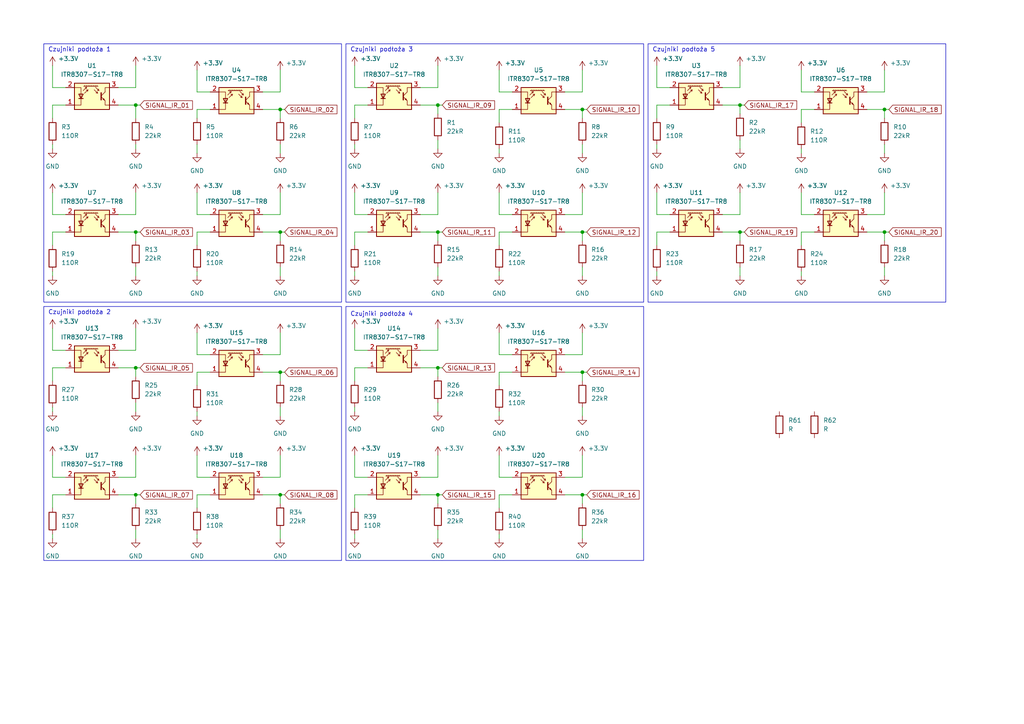
<source format=kicad_sch>
(kicad_sch (version 20231120) (generator "eeschema") (generator_version "8.0")
  (paper "A4")
  (junction (at 168.91 31.75))
  (junction (at 81.28 107.95))
  (junction (at 168.91 67.31))
  (junction (at 127 143.51))
  (junction (at 39.37 67.31))
  (junction (at 81.28 67.31))
  (junction (at 214.63 67.31))
  (junction (at 168.91 143.51))
  (junction (at 127 106.68))
  (junction (at 214.63 30.48))
  (junction (at 256.54 31.75))
  (junction (at 39.37 143.51))
  (junction (at 81.28 31.75))
  (junction (at 81.28 143.51))
  (junction (at 256.54 67.31))
  (junction (at 39.37 106.68))
  (junction (at 39.37 30.48))
  (junction (at 127 30.48))
  (junction (at 127 67.31))
  (junction (at 168.91 107.95))
  (wire (pts (xy 168.91 41.91) (xy 168.91 44.45)))
  (wire (pts (xy 190.5 71.12) (xy 190.5 67.31)))
  (wire (pts (xy 102.87 34.29) (xy 102.87 30.48)))
  (wire (pts (xy 76.2 26.67) (xy 81.28 26.67)))
  (wire (pts (xy 127 30.48) (xy 121.92 30.48)))
  (wire (pts (xy 57.15 143.51) (xy 60.96 143.51)))
  (wire (pts (xy 15.24 132.08) (xy 15.24 138.43)))
  (wire (pts (xy 168.91 153.67) (xy 168.91 156.21)))
  (wire (pts (xy 121.92 138.43) (xy 127 138.43)))
  (wire (pts (xy 57.15 20.32) (xy 57.15 26.67)))
  (wire (pts (xy 127 30.48) (xy 127 33.02)))
  (wire (pts (xy 214.63 67.31) (xy 215.9 67.31)))
  (wire (pts (xy 81.28 110.49) (xy 81.28 107.95)))
  (wire (pts (xy 39.37 77.47) (xy 39.37 80.01)))
  (wire (pts (xy 168.91 77.47) (xy 168.91 80.01)))
  (wire (pts (xy 256.54 69.85) (xy 256.54 67.31)))
  (wire (pts (xy 190.5 25.4) (xy 194.31 25.4)))
  (wire (pts (xy 232.41 31.75) (xy 236.22 31.75)))
  (wire (pts (xy 102.87 67.31) (xy 106.68 67.31)))
  (wire (pts (xy 214.63 77.47) (xy 214.63 80.01)))
  (wire (pts (xy 39.37 67.31) (xy 34.29 67.31)))
  (wire (pts (xy 15.24 41.91) (xy 15.24 43.18)))
  (wire (pts (xy 57.15 78.74) (xy 57.15 80.01)))
  (wire (pts (xy 15.24 55.88) (xy 15.24 62.23)))
  (wire (pts (xy 81.28 67.31) (xy 82.55 67.31)))
  (wire (pts (xy 57.15 34.29) (xy 57.15 31.75)))
  (wire (pts (xy 15.24 154.94) (xy 15.24 156.21)))
  (wire (pts (xy 76.2 138.43) (xy 81.28 138.43)))
  (wire (pts (xy 190.5 78.74) (xy 190.5 80.01)))
  (wire (pts (xy 15.24 30.48) (xy 19.05 30.48)))
  (wire (pts (xy 214.63 40.64) (xy 214.63 43.18)))
  (wire (pts (xy 15.24 101.6) (xy 19.05 101.6)))
  (wire (pts (xy 121.92 25.4) (xy 127 25.4)))
  (wire (pts (xy 102.87 138.43) (xy 106.68 138.43)))
  (wire (pts (xy 256.54 31.75) (xy 251.46 31.75)))
  (wire (pts (xy 168.91 67.31) (xy 170.18 67.31)))
  (wire (pts (xy 15.24 143.51) (xy 19.05 143.51)))
  (wire (pts (xy 57.15 132.08) (xy 57.15 138.43)))
  (wire (pts (xy 168.91 118.11) (xy 168.91 120.65)))
  (wire (pts (xy 168.91 55.88) (xy 168.91 62.23)))
  (wire (pts (xy 102.87 106.68) (xy 106.68 106.68)))
  (wire (pts (xy 144.78 78.74) (xy 144.78 80.01)))
  (wire (pts (xy 15.24 95.25) (xy 15.24 101.6)))
  (wire (pts (xy 39.37 67.31) (xy 40.64 67.31)))
  (wire (pts (xy 81.28 31.75) (xy 82.55 31.75)))
  (wire (pts (xy 81.28 34.29) (xy 81.28 31.75)))
  (wire (pts (xy 57.15 138.43) (xy 60.96 138.43)))
  (wire (pts (xy 256.54 31.75) (xy 257.81 31.75)))
  (wire (pts (xy 190.5 62.23) (xy 194.31 62.23)))
  (wire (pts (xy 256.54 34.29) (xy 256.54 31.75)))
  (wire (pts (xy 214.63 30.48) (xy 215.9 30.48)))
  (wire (pts (xy 102.87 143.51) (xy 106.68 143.51)))
  (wire (pts (xy 127 153.67) (xy 127 156.21)))
  (wire (pts (xy 144.78 111.76) (xy 144.78 107.95)))
  (wire (pts (xy 39.37 153.67) (xy 39.37 156.21)))
  (wire (pts (xy 57.15 154.94) (xy 57.15 156.21)))
  (wire (pts (xy 81.28 132.08) (xy 81.28 138.43)))
  (wire (pts (xy 127 30.48) (xy 128.27 30.48)))
  (wire (pts (xy 15.24 71.12) (xy 15.24 67.31)))
  (wire (pts (xy 102.87 19.05) (xy 102.87 25.4)))
  (wire (pts (xy 81.28 143.51) (xy 76.2 143.51)))
  (wire (pts (xy 15.24 78.74) (xy 15.24 80.01)))
  (wire (pts (xy 232.41 26.67) (xy 236.22 26.67)))
  (wire (pts (xy 57.15 31.75) (xy 60.96 31.75)))
  (wire (pts (xy 127 77.47) (xy 127 80.01)))
  (wire (pts (xy 251.46 62.23) (xy 256.54 62.23)))
  (wire (pts (xy 15.24 25.4) (xy 19.05 25.4)))
  (wire (pts (xy 57.15 96.52) (xy 57.15 102.87)))
  (wire (pts (xy 15.24 34.29) (xy 15.24 30.48)))
  (wire (pts (xy 102.87 147.32) (xy 102.87 143.51)))
  (wire (pts (xy 127 19.05) (xy 127 25.4)))
  (wire (pts (xy 57.15 41.91) (xy 57.15 44.45)))
  (wire (pts (xy 144.78 55.88) (xy 144.78 62.23)))
  (wire (pts (xy 127 106.68) (xy 128.27 106.68)))
  (wire (pts (xy 81.28 41.91) (xy 81.28 44.45)))
  (wire (pts (xy 144.78 143.51) (xy 148.59 143.51)))
  (wire (pts (xy 102.87 132.08) (xy 102.87 138.43)))
  (wire (pts (xy 57.15 26.67) (xy 60.96 26.67)))
  (wire (pts (xy 144.78 96.52) (xy 144.78 102.87)))
  (wire (pts (xy 102.87 118.11) (xy 102.87 119.38)))
  (wire (pts (xy 102.87 62.23) (xy 106.68 62.23)))
  (wire (pts (xy 76.2 102.87) (xy 81.28 102.87)))
  (wire (pts (xy 168.91 143.51) (xy 163.83 143.51)))
  (wire (pts (xy 39.37 30.48) (xy 34.29 30.48)))
  (wire (pts (xy 57.15 119.38) (xy 57.15 120.65)))
  (wire (pts (xy 39.37 95.25) (xy 39.37 101.6)))
  (wire (pts (xy 81.28 96.52) (xy 81.28 102.87)))
  (wire (pts (xy 81.28 146.05) (xy 81.28 143.51)))
  (wire (pts (xy 144.78 119.38) (xy 144.78 120.65)))
  (wire (pts (xy 102.87 101.6) (xy 106.68 101.6)))
  (wire (pts (xy 102.87 95.25) (xy 102.87 101.6)))
  (wire (pts (xy 168.91 110.49) (xy 168.91 107.95)))
  (wire (pts (xy 127 55.88) (xy 127 62.23)))
  (wire (pts (xy 81.28 153.67) (xy 81.28 156.21)))
  (wire (pts (xy 57.15 62.23) (xy 60.96 62.23)))
  (wire (pts (xy 57.15 55.88) (xy 57.15 62.23)))
  (wire (pts (xy 127 67.31) (xy 121.92 67.31)))
  (wire (pts (xy 57.15 107.95) (xy 60.96 107.95)))
  (wire (pts (xy 168.91 107.95) (xy 163.83 107.95)))
  (wire (pts (xy 102.87 55.88) (xy 102.87 62.23)))
  (wire (pts (xy 81.28 77.47) (xy 81.28 80.01)))
  (wire (pts (xy 168.91 34.29) (xy 168.91 31.75)))
  (wire (pts (xy 15.24 138.43) (xy 19.05 138.43)))
  (wire (pts (xy 168.91 143.51) (xy 170.18 143.51)))
  (wire (pts (xy 127 40.64) (xy 127 43.18)))
  (wire (pts (xy 81.28 107.95) (xy 76.2 107.95)))
  (wire (pts (xy 102.87 110.49) (xy 102.87 106.68)))
  (wire (pts (xy 163.83 26.67) (xy 168.91 26.67)))
  (wire (pts (xy 256.54 20.32) (xy 256.54 26.67)))
  (wire (pts (xy 76.2 62.23) (xy 81.28 62.23)))
  (wire (pts (xy 214.63 30.48) (xy 214.63 33.02)))
  (wire (pts (xy 232.41 55.88) (xy 232.41 62.23)))
  (wire (pts (xy 168.91 96.52) (xy 168.91 102.87)))
  (wire (pts (xy 256.54 55.88) (xy 256.54 62.23)))
  (wire (pts (xy 232.41 43.18) (xy 232.41 44.45)))
  (wire (pts (xy 256.54 67.31) (xy 257.81 67.31)))
  (wire (pts (xy 168.91 146.05) (xy 168.91 143.51)))
  (wire (pts (xy 144.78 132.08) (xy 144.78 138.43)))
  (wire (pts (xy 15.24 106.68) (xy 19.05 106.68)))
  (wire (pts (xy 39.37 55.88) (xy 39.37 62.23)))
  (wire (pts (xy 214.63 19.05) (xy 214.63 25.4)))
  (wire (pts (xy 39.37 30.48) (xy 40.64 30.48)))
  (wire (pts (xy 39.37 143.51) (xy 39.37 146.05)))
  (wire (pts (xy 15.24 62.23) (xy 19.05 62.23)))
  (wire (pts (xy 81.28 143.51) (xy 82.55 143.51)))
  (wire (pts (xy 209.55 62.23) (xy 214.63 62.23)))
  (wire (pts (xy 127 143.51) (xy 121.92 143.51)))
  (wire (pts (xy 127 106.68) (xy 121.92 106.68)))
  (wire (pts (xy 144.78 154.94) (xy 144.78 156.21)))
  (wire (pts (xy 57.15 71.12) (xy 57.15 67.31)))
  (wire (pts (xy 256.54 67.31) (xy 251.46 67.31)))
  (wire (pts (xy 57.15 147.32) (xy 57.15 143.51)))
  (wire (pts (xy 57.15 102.87) (xy 60.96 102.87)))
  (wire (pts (xy 81.28 118.11) (xy 81.28 120.65)))
  (wire (pts (xy 102.87 78.74) (xy 102.87 80.01)))
  (wire (pts (xy 168.91 31.75) (xy 163.83 31.75)))
  (wire (pts (xy 39.37 106.68) (xy 39.37 109.22)))
  (wire (pts (xy 127 67.31) (xy 127 69.85)))
  (wire (pts (xy 57.15 67.31) (xy 60.96 67.31)))
  (wire (pts (xy 15.24 110.49) (xy 15.24 106.68)))
  (wire (pts (xy 190.5 67.31) (xy 194.31 67.31)))
  (wire (pts (xy 144.78 71.12) (xy 144.78 67.31)))
  (wire (pts (xy 144.78 31.75) (xy 148.59 31.75)))
  (wire (pts (xy 256.54 77.47) (xy 256.54 80.01)))
  (wire (pts (xy 168.91 31.75) (xy 170.18 31.75)))
  (wire (pts (xy 127 106.68) (xy 127 109.22)))
  (wire (pts (xy 127 143.51) (xy 128.27 143.51)))
  (wire (pts (xy 127 95.25) (xy 127 101.6)))
  (wire (pts (xy 168.91 20.32) (xy 168.91 26.67)))
  (wire (pts (xy 81.28 67.31) (xy 76.2 67.31)))
  (wire (pts (xy 81.28 20.32) (xy 81.28 26.67)))
  (wire (pts (xy 214.63 55.88) (xy 214.63 62.23)))
  (wire (pts (xy 190.5 55.88) (xy 190.5 62.23)))
  (wire (pts (xy 256.54 41.91) (xy 256.54 44.45)))
  (wire (pts (xy 39.37 143.51) (xy 40.64 143.51)))
  (wire (pts (xy 15.24 147.32) (xy 15.24 143.51)))
  (wire (pts (xy 163.83 62.23) (xy 168.91 62.23)))
  (wire (pts (xy 144.78 147.32) (xy 144.78 143.51)))
  (wire (pts (xy 190.5 41.91) (xy 190.5 43.18)))
  (wire (pts (xy 127 132.08) (xy 127 138.43)))
  (wire (pts (xy 102.87 25.4) (xy 106.68 25.4)))
  (wire (pts (xy 144.78 67.31) (xy 148.59 67.31)))
  (wire (pts (xy 127 143.51) (xy 127 146.05)))
  (wire (pts (xy 232.41 78.74) (xy 232.41 80.01)))
  (wire (pts (xy 81.28 31.75) (xy 76.2 31.75)))
  (wire (pts (xy 144.78 43.18) (xy 144.78 44.45)))
  (wire (pts (xy 232.41 71.12) (xy 232.41 67.31)))
  (wire (pts (xy 214.63 67.31) (xy 214.63 69.85)))
  (wire (pts (xy 190.5 34.29) (xy 190.5 30.48)))
  (wire (pts (xy 232.41 62.23) (xy 236.22 62.23)))
  (wire (pts (xy 15.24 67.31) (xy 19.05 67.31)))
  (wire (pts (xy 251.46 26.67) (xy 256.54 26.67)))
  (wire (pts (xy 34.29 25.4) (xy 39.37 25.4)))
  (wire (pts (xy 81.28 107.95) (xy 82.55 107.95)))
  (wire (pts (xy 81.28 55.88) (xy 81.28 62.23)))
  (wire (pts (xy 81.28 69.85) (xy 81.28 67.31)))
  (wire (pts (xy 209.55 25.4) (xy 214.63 25.4)))
  (wire (pts (xy 39.37 30.48) (xy 39.37 34.29)))
  (wire (pts (xy 190.5 19.05) (xy 190.5 25.4)))
  (wire (pts (xy 232.41 20.32) (xy 232.41 26.67)))
  (wire (pts (xy 39.37 67.31) (xy 39.37 69.85)))
  (wire (pts (xy 168.91 107.95) (xy 170.18 107.95)))
  (wire (pts (xy 39.37 19.05) (xy 39.37 25.4)))
  (wire (pts (xy 102.87 41.91) (xy 102.87 43.18)))
  (wire (pts (xy 34.29 138.43) (xy 39.37 138.43)))
  (wire (pts (xy 39.37 106.68) (xy 40.64 106.68)))
  (wire (pts (xy 102.87 71.12) (xy 102.87 67.31)))
  (wire (pts (xy 121.92 62.23) (xy 127 62.23)))
  (wire (pts (xy 144.78 102.87) (xy 148.59 102.87)))
  (wire (pts (xy 39.37 106.68) (xy 34.29 106.68)))
  (wire (pts (xy 57.15 111.76) (xy 57.15 107.95)))
  (wire (pts (xy 214.63 30.48) (xy 209.55 30.48)))
  (wire (pts (xy 163.83 102.87) (xy 168.91 102.87)))
  (wire (pts (xy 121.92 101.6) (xy 127 101.6)))
  (wire (pts (xy 144.78 26.67) (xy 148.59 26.67)))
  (wire (pts (xy 39.37 41.91) (xy 39.37 43.18)))
  (wire (pts (xy 102.87 154.94) (xy 102.87 156.21)))
  (wire (pts (xy 34.29 101.6) (xy 39.37 101.6)))
  (wire (pts (xy 39.37 116.84) (xy 39.37 119.38)))
  (wire (pts (xy 127 116.84) (xy 127 119.38)))
  (wire (pts (xy 144.78 62.23) (xy 148.59 62.23)))
  (wire (pts (xy 144.78 138.43) (xy 148.59 138.43)))
  (wire (pts (xy 144.78 107.95) (xy 148.59 107.95)))
  (wire (pts (xy 232.41 67.31) (xy 236.22 67.31)))
  (wire (pts (xy 127 67.31) (xy 128.27 67.31)))
  (wire (pts (xy 163.83 138.43) (xy 168.91 138.43)))
  (wire (pts (xy 102.87 30.48) (xy 106.68 30.48)))
  (wire (pts (xy 39.37 132.08) (xy 39.37 138.43)))
  (wire (pts (xy 232.41 35.56) (xy 232.41 31.75)))
  (wire (pts (xy 168.91 132.08) (xy 168.91 138.43)))
  (wire (pts (xy 190.5 30.48) (xy 194.31 30.48)))
  (wire (pts (xy 168.91 67.31) (xy 163.83 67.31)))
  (wire (pts (xy 168.91 69.85) (xy 168.91 67.31)))
  (wire (pts (xy 15.24 19.05) (xy 15.24 25.4)))
  (wire (pts (xy 15.24 118.11) (xy 15.24 119.38)))
  (wire (pts (xy 144.78 35.56) (xy 144.78 31.75)))
  (wire (pts (xy 144.78 20.32) (xy 144.78 26.67)))
  (wire (pts (xy 39.37 143.51) (xy 34.29 143.51)))
  (wire (pts (xy 34.29 62.23) (xy 39.37 62.23)))
  (wire (pts (xy 214.63 67.31) (xy 209.55 67.31)))
  (rectangle (start 12.7 12.7) (end 99.06 87.63))
  (rectangle (start 100.33 12.7) (end 186.69 87.63))
  (rectangle (start 12.7 88.9) (end 99.06 162.56))
  (rectangle (start 100.33 88.9) (end 186.69 162.56))
  (rectangle (start 187.96 12.7) (end 274.32 87.63))
  (text "Czujniki podłoża 2\n" (at 13.97 91.44 0) (effects (font (size 1.27 1.27)) (justify left bottom)))
  (text "Czujniki podłoża 4\n\n" (at 101.6 93.98 0) (effects (font (size 1.27 1.27)) (justify left bottom)))
  (text "Czujniki podłoża 5\n" (at 189.23 15.24 0) (effects (font (size 1.27 1.27)) (justify left bottom)))
  (text "Czujniki podłoża 1" (at 13.97 15.24 0) (effects (font (size 1.27 1.27)) (justify left bottom)))
  (text "Czujniki podłoża 3\n" (at 101.6 15.24 0) (effects (font (size 1.27 1.27)) (justify left bottom)))
  (global_label "SIGNAL_IR_06" (shape input) (at 82.55 107.95 0) (property "Intersheetrefs" "${INTERSHEET_REFS}" (effects (hide yes))))
  (global_label "SIGNAL_IR_03" (shape input) (at 40.64 67.31 0) (property "Intersheetrefs" "${INTERSHEET_REFS}" (effects (hide yes))))
  (global_label "SIGNAL_IR_11" (shape input) (at 128.27 67.31 0) (property "Intersheetrefs" "${INTERSHEET_REFS}" (effects (hide yes))))
  (global_label "SIGNAL_IR_13" (shape input) (at 128.27 106.68 0) (property "Intersheetrefs" "${INTERSHEET_REFS}" (effects (hide yes))))
  (global_label "SIGNAL_IR_04" (shape input) (at 82.55 67.31 0) (property "Intersheetrefs" "${INTERSHEET_REFS}" (effects (hide yes))))
  (global_label "SIGNAL_IR_17" (shape input) (at 215.9 30.48 0) (property "Intersheetrefs" "${INTERSHEET_REFS}" (effects (hide yes))))
  (global_label "SIGNAL_IR_01" (shape input) (at 40.64 30.48 0) (property "Intersheetrefs" "${INTERSHEET_REFS}" (effects (hide yes))))
  (global_label "SIGNAL_IR_18" (shape input) (at 257.81 31.75 0) (property "Intersheetrefs" "${INTERSHEET_REFS}" (effects (hide yes))))
  (global_label "SIGNAL_IR_02" (shape input) (at 82.55 31.75 0) (property "Intersheetrefs" "${INTERSHEET_REFS}" (effects (hide yes))))
  (global_label "SIGNAL_IR_16" (shape input) (at 170.18 143.51 0) (property "Intersheetrefs" "${INTERSHEET_REFS}" (effects (hide yes))))
  (global_label "SIGNAL_IR_07" (shape input) (at 40.64 143.51 0) (property "Intersheetrefs" "${INTERSHEET_REFS}" (effects (hide yes))))
  (global_label "SIGNAL_IR_10" (shape input) (at 170.18 31.75 0) (property "Intersheetrefs" "${INTERSHEET_REFS}" (effects (hide yes))))
  (global_label "SIGNAL_IR_19" (shape input) (at 215.9 67.31 0) (property "Intersheetrefs" "${INTERSHEET_REFS}" (effects (hide yes))))
  (global_label "SIGNAL_IR_12" (shape input) (at 170.18 67.31 0) (property "Intersheetrefs" "${INTERSHEET_REFS}" (effects (hide yes))))
  (global_label "SIGNAL_IR_20" (shape input) (at 257.81 67.31 0) (property "Intersheetrefs" "${INTERSHEET_REFS}" (effects (hide yes))))
  (global_label "SIGNAL_IR_14" (shape input) (at 170.18 107.95 0) (property "Intersheetrefs" "${INTERSHEET_REFS}" (effects (hide yes))))
  (global_label "SIGNAL_IR_15" (shape input) (at 128.27 143.51 0) (property "Intersheetrefs" "${INTERSHEET_REFS}" (effects (hide yes))))
  (global_label "SIGNAL_IR_08" (shape input) (at 82.55 143.51 0) (property "Intersheetrefs" "${INTERSHEET_REFS}" (effects (hide yes))))
  (global_label "SIGNAL_IR_05" (shape input) (at 40.64 106.68 0) (property "Intersheetrefs" "${INTERSHEET_REFS}" (effects (hide yes))))
  (global_label "SIGNAL_IR_09" (shape input) (at 128.27 30.48 0) (property "Intersheetrefs" "${INTERSHEET_REFS}" (effects (hide yes))))
  (symbol (lib_id "Device:R") (at 102.87 38.1 0) (unit 1)
    (property "Reference" "R7" (at 105.41 36.83 0) (effects (justify left)))
    (property "Value" "110R" (at 105.41 39.37 0) (effects (justify left)))
    (property "Footprint" "Resistor_SMD:R_0402_1005Metric_Pad0.72x0.64mm_HandSolder" (effects (hide yes)))
    (instances (project "Płytka z czujnikami" (path "" (reference "R7") (unit 1))) (project "LF_1" (path "" (reference "R12") (unit 1))))
  )
  (symbol (lib_id "power:GND") (at 144.78 44.45 0) (unit 1)
    (property "Reference" "#PWR021" (effects (hide yes)))
    (property "Value" "GND" (at 144.78 49.53 0))
    (instances (project "Płytka z czujnikami" (path "" (reference "#PWR021") (unit 1))) (project "LF_1" (path "" (reference "#PWR05") (unit 1)) (path "" (reference "#PWR035") (unit 1)) (path "" (reference "#PWR045") (unit 1))))
  )
  (symbol (lib_id "Sensor_Proximity:ITR8307-S17-TR8") (at 114.3 140.97 0) (unit 1)
    (property "Reference" "U19" (at 114.3 132.08 0))
    (property "Value" "ITR8307-S17-TR8" (at 114.3 134.62 0))
    (property "Footprint" "OptoDevice:Everlight_ITR1201SR10AR" (effects (hide yes)))
    (property "Datasheet" "https://datasheet.lcsc.com/szlcsc/1810010232_Everlight-Elec-ITR8307-S17-TR8-B_C81632.pdf" (effects (hide yes)))
    (instances (project "Płytka z czujnikami" (path "" (reference "U19") (unit 1))) (project "LF_1" (path "" (reference "U11") (unit 1))))
  )
  (symbol (lib_id "Sensor_Proximity:ITR8307-S17-TR8") (at 156.21 140.97 0) (unit 1)
    (property "Reference" "U20" (at 156.21 132.08 0))
    (property "Value" "ITR8307-S17-TR8" (at 156.21 134.62 0))
    (property "Footprint" "OptoDevice:Everlight_ITR1201SR10AR" (effects (hide yes)))
    (property "Datasheet" "https://datasheet.lcsc.com/szlcsc/1810010232_Everlight-Elec-ITR8307-S17-TR8-B_C81632.pdf" (effects (hide yes)))
    (instances (project "Płytka z czujnikami" (path "" (reference "U20") (unit 1))) (project "LF_1" (path "" (reference "U12") (unit 1))))
  )
  (symbol (lib_id "power:GND") (at 39.37 156.21 0) (unit 1)
    (property "Reference" "#PWR074" (effects (hide yes)))
    (property "Value" "GND" (at 39.37 161.29 0))
    (instances (project "Płytka z czujnikami" (path "" (reference "#PWR074") (unit 1))) (project "LF_1" (path "" (reference "#PWR05") (unit 1)) (path "" (reference "#PWR035") (unit 1)) (path "" (reference "#PWR089") (unit 1))))
  )
  (symbol (lib_id "Device:R") (at 168.91 38.1 0) (unit 1)
    (property "Reference" "R8" (at 171.45 36.83 0) (effects (justify left)))
    (property "Value" "22kR" (at 171.45 39.37 0) (effects (justify left)))
    (property "Footprint" "Resistor_SMD:R_0402_1005Metric_Pad0.72x0.64mm_HandSolder" (effects (hide yes)))
    (instances (project "Płytka z czujnikami" (path "" (reference "R8") (unit 1))) (project "LF_1" (path "" (reference "R13") (unit 1))))
  )
  (symbol (lib_id "power:+3.3V") (at 81.28 20.32 0) (unit 1)
    (property "Reference" "#PWR08" (effects (hide yes)))
    (property "Value" "+3.3V" (at 85.852 18.288 0))
    (instances (project "Płytka z czujnikami" (path "" (reference "#PWR08") (unit 1))) (project "LF_1" (path "" (reference "#PWR04") (unit 1)) (path "" (reference "#PWR041") (unit 1))))
  )
  (symbol (lib_id "Device:R") (at 168.91 149.86 0) (unit 1)
    (property "Reference" "R36" (at 171.45 148.59 0) (effects (justify left)))
    (property "Value" "22kR" (at 171.45 151.13 0) (effects (justify left)))
    (property "Footprint" "Resistor_SMD:R_0402_1005Metric_Pad0.72x0.64mm_HandSolder" (effects (hide yes)))
    (instances (project "Płytka z czujnikami" (path "" (reference "R36") (unit 1))) (project "LF_1" (path "" (reference "R34") (unit 1))))
  )
  (symbol (lib_id "Sensor_Proximity:ITR8307-S17-TR8") (at 26.67 104.14 0) (unit 1)
    (property "Reference" "U13" (at 26.67 95.25 0))
    (property "Value" "ITR8307-S17-TR8" (at 26.67 97.79 0))
    (property "Footprint" "OptoDevice:Everlight_ITR1201SR10AR" (effects (hide yes)))
    (property "Datasheet" "https://datasheet.lcsc.com/szlcsc/1810010232_Everlight-Elec-ITR8307-S17-TR8-B_C81632.pdf" (effects (hide yes)))
    (instances (project "Płytka z czujnikami" (path "" (reference "U13") (unit 1))) (project "LF_1" (path "" (reference "U9") (unit 1))))
  )
  (symbol (lib_id "Device:R") (at 57.15 38.1 0) (unit 1)
    (property "Reference" "R5" (at 59.69 36.83 0) (effects (justify left)))
    (property "Value" "110R" (at 59.69 39.37 0) (effects (justify left)))
    (property "Footprint" "Resistor_SMD:R_0402_1005Metric_Pad0.72x0.64mm_HandSolder" (effects (hide yes)))
    (instances (project "Płytka z czujnikami" (path "" (reference "R5") (unit 1))) (project "LF_1" (path "" (reference "R14") (unit 1))))
  )
  (symbol (lib_id "power:GND") (at 39.37 80.01 0) (unit 1)
    (property "Reference" "#PWR038" (effects (hide yes)))
    (property "Value" "GND" (at 39.37 85.09 0))
    (instances (project "Płytka z czujnikami" (path "" (reference "#PWR038") (unit 1))) (project "LF_1" (path "" (reference "#PWR05") (unit 1)) (path "" (reference "#PWR035") (unit 1)) (path "" (reference "#PWR052") (unit 1))))
  )
  (symbol (lib_id "Device:R") (at 15.24 114.3 0) (unit 1)
    (property "Reference" "R27" (at 17.78 113.03 0) (effects (justify left)))
    (property "Value" "110R" (at 17.78 115.57 0) (effects (justify left)))
    (property "Footprint" "Resistor_SMD:R_0402_1005Metric_Pad0.72x0.64mm_HandSolder" (effects (hide yes)))
  )
  (symbol (lib_id "power:GND") (at 57.15 44.45 0) (unit 1)
    (property "Reference" "#PWR019" (effects (hide yes)))
    (property "Value" "GND" (at 57.15 49.53 0))
    (instances (project "Płytka z czujnikami" (path "" (reference "#PWR019") (unit 1))) (project "LF_1" (path "" (reference "#PWR05") (unit 1)) (path "" (reference "#PWR035") (unit 1)) (path "" (reference "#PWR045") (unit 1))))
  )
  (symbol (lib_id "Sensor_Proximity:ITR8307-S17-TR8") (at 156.21 105.41 0) (unit 1)
    (property "Reference" "U16" (at 156.21 96.52 0))
    (property "Value" "ITR8307-S17-TR8" (at 156.21 99.06 0))
    (property "Footprint" "OptoDevice:Everlight_ITR1201SR10AR" (effects (hide yes)))
    (property "Datasheet" "https://datasheet.lcsc.com/szlcsc/1810010232_Everlight-Elec-ITR8307-S17-TR8-B_C81632.pdf" (effects (hide yes)))
    (instances (project "Płytka z czujnikami" (path "" (reference "U16") (unit 1))) (project "LF_1" (path "" (reference "U10") (unit 1))))
  )
  (symbol (lib_id "power:GND") (at 190.5 43.18 0) (unit 1)
    (property "Reference" "#PWR017" (effects (hide yes)))
    (property "Value" "GND" (at 190.5 48.26 0))
    (instances (project "Płytka z czujnikami" (path "" (reference "#PWR017") (unit 1))) (project "LF_1" (path "" (reference "#PWR05") (unit 1)) (path "" (reference "#PWR035") (unit 1)) (path "" (reference "#PWR043") (unit 1))))
  )
  (symbol (lib_id "power:+3.3V") (at 39.37 55.88 0) (unit 1)
    (property "Reference" "#PWR026" (effects (hide yes)))
    (property "Value" "+3.3V" (at 43.942 53.848 0))
    (instances (project "Płytka z czujnikami" (path "" (reference "#PWR026") (unit 1))) (project "LF_1" (path "" (reference "#PWR04") (unit 1)) (path "" (reference "#PWR048") (unit 1))))
  )
  (symbol (lib_id "Sensor_Proximity:ITR8307-S17-TR8") (at 243.84 29.21 0) (unit 1)
    (property "Reference" "U6" (at 243.84 20.32 0))
    (property "Value" "ITR8307-S17-TR8" (at 243.84 22.86 0))
    (property "Footprint" "OptoDevice:Everlight_ITR1201SR10AR" (effects (hide yes)))
    (property "Datasheet" "https://datasheet.lcsc.com/szlcsc/1810010232_Everlight-Elec-ITR8307-S17-TR8-B_C81632.pdf" (effects (hide yes)))
    (instances (project "Płytka z czujnikami" (path "" (reference "U6") (unit 1))) (project "LF_1" (path "" (reference "U4") (unit 1))))
  )
  (symbol (lib_id "power:+3.3V") (at 232.41 55.88 0) (unit 1)
    (property "Reference" "#PWR035" (effects (hide yes)))
    (property "Value" "+3.3V" (at 236.982 53.848 0))
    (instances (project "Płytka z czujnikami" (path "" (reference "#PWR035") (unit 1))) (project "LF_1" (path "" (reference "#PWR04") (unit 1)) (path "" (reference "#PWR049") (unit 1))))
  )
  (symbol (lib_id "power:GND") (at 256.54 44.45 0) (unit 1)
    (property "Reference" "#PWR024" (effects (hide yes)))
    (property "Value" "GND" (at 256.54 49.53 0))
    (instances (project "Płytka z czujnikami" (path "" (reference "#PWR024") (unit 1))) (project "LF_1" (path "" (reference "#PWR05") (unit 1)) (path "" (reference "#PWR035") (unit 1)) (path "" (reference "#PWR046") (unit 1))))
  )
  (symbol (lib_id "Device:R") (at 226.06 123.19 0) (unit 1)
    (property "Reference" "R61" (at 228.6 121.9199 0) (effects (justify left)))
    (property "Value" "R" (at 228.6 124.4599 0) (effects (justify left)))
    (property "Footprint" "Resistor_THT:R_Axial_DIN0207_L6.3mm_D2.5mm_P10.16mm_Horizontal" (effects (hide yes)))
    (property "Description" "Resistor" (effects (hide yes)))
  )
  (symbol (lib_id "Device:R") (at 214.63 73.66 0) (unit 1)
    (property "Reference" "R17" (at 217.17 72.39 0) (effects (justify left)))
    (property "Value" "22kR" (at 217.17 74.93 0) (effects (justify left)))
    (property "Footprint" "Resistor_SMD:R_0402_1005Metric_Pad0.72x0.64mm_HandSolder" (effects (hide yes)))
    (instances (project "Płytka z czujnikami" (path "" (reference "R17") (unit 1))) (project "LF_1" (path "" (reference "R15") (unit 1))))
  )
  (symbol (lib_id "power:GND") (at 232.41 44.45 0) (unit 1)
    (property "Reference" "#PWR023" (effects (hide yes)))
    (property "Value" "GND" (at 232.41 49.53 0))
    (instances (project "Płytka z czujnikami" (path "" (reference "#PWR023") (unit 1))) (project "LF_1" (path "" (reference "#PWR05") (unit 1)) (path "" (reference "#PWR035") (unit 1)) (path "" (reference "#PWR045") (unit 1))))
  )
  (symbol (lib_id "power:+3.3V") (at 127 132.08 0) (unit 1)
    (property "Reference" "#PWR070" (effects (hide yes)))
    (property "Value" "+3.3V" (at 131.572 130.048 0))
    (instances (project "Płytka z czujnikami" (path "" (reference "#PWR070") (unit 1))) (project "LF_1" (path "" (reference "#PWR04") (unit 1)) (path "" (reference "#PWR083") (unit 1))))
  )
  (symbol (lib_id "Device:R") (at 57.15 74.93 0) (unit 1)
    (property "Reference" "R20" (at 59.69 73.66 0) (effects (justify left)))
    (property "Value" "110R" (at 59.69 76.2 0) (effects (justify left)))
    (property "Footprint" "Resistor_SMD:R_0402_1005Metric_Pad0.72x0.64mm_HandSolder" (effects (hide yes)))
    (instances (project "Płytka z czujnikami" (path "" (reference "R20") (unit 1))) (project "LF_1" (path "" (reference "R18") (unit 1))))
  )
  (symbol (lib_id "Device:R") (at 15.24 151.13 0) (unit 1)
    (property "Reference" "R37" (at 17.78 149.86 0) (effects (justify left)))
    (property "Value" "110R" (at 17.78 152.4 0) (effects (justify left)))
    (property "Footprint" "Resistor_SMD:R_0402_1005Metric_Pad0.72x0.64mm_HandSolder" (effects (hide yes)))
    (instances (project "Płytka z czujnikami" (path "" (reference "R37") (unit 1))) (project "LF_1" (path "" (reference "R33") (unit 1))))
  )
  (symbol (lib_id "power:GND") (at 127 80.01 0) (unit 1)
    (property "Reference" "#PWR042" (effects (hide yes)))
    (property "Value" "GND" (at 127 85.09 0))
    (instances (project "Płytka z czujnikami" (path "" (reference "#PWR042") (unit 1))) (project "LF_1" (path "" (reference "#PWR05") (unit 1)) (path "" (reference "#PWR035") (unit 1)) (path "" (reference "#PWR052") (unit 1))))
  )
  (symbol (lib_id "power:+3.3V") (at 102.87 19.05 0) (unit 1)
    (property "Reference" "#PWR03" (effects (hide yes)))
    (property "Value" "+3.3V" (at 107.442 17.018 0))
    (instances (project "Płytka z czujnikami" (path "" (reference "#PWR03") (unit 1))) (project "LF_1" (path "" (reference "#PWR04") (unit 1)) (path "" (reference "#PWR038") (unit 1))))
  )
  (symbol (lib_id "power:GND") (at 127 156.21 0) (unit 1)
    (property "Reference" "#PWR078" (effects (hide yes)))
    (property "Value" "GND" (at 127 161.29 0))
    (instances (project "Płytka z czujnikami" (path "" (reference "#PWR078") (unit 1))) (project "LF_1" (path "" (reference "#PWR05") (unit 1)) (path "" (reference "#PWR035") (unit 1)) (path "" (reference "#PWR089") (unit 1))))
  )
  (symbol (lib_id "power:+3.3V") (at 15.24 55.88 0) (unit 1)
    (property "Reference" "#PWR025" (effects (hide yes)))
    (property "Value" "+3.3V" (at 19.812 53.848 0))
    (instances (project "Płytka z czujnikami" (path "" (reference "#PWR025") (unit 1))) (project "LF_1" (path "" (reference "#PWR04") (unit 1)) (path "" (reference "#PWR047") (unit 1))))
  )
  (symbol (lib_id "power:GND") (at 15.24 156.21 0) (unit 1)
    (property "Reference" "#PWR073" (effects (hide yes)))
    (property "Value" "GND" (at 15.24 161.29 0))
    (instances (project "Płytka z czujnikami" (path "" (reference "#PWR073") (unit 1))) (project "LF_1" (path "" (reference "#PWR05") (unit 1)) (path "" (reference "#PWR035") (unit 1)) (path "" (reference "#PWR088") (unit 1))))
  )
  (symbol (lib_id "Sensor_Proximity:ITR8307-S17-TR8") (at 156.21 64.77 0) (unit 1)
    (property "Reference" "U10" (at 156.21 55.88 0))
    (property "Value" "ITR8307-S17-TR8" (at 156.21 58.42 0))
    (property "Footprint" "OptoDevice:Everlight_ITR1201SR10AR" (effects (hide yes)))
    (property "Datasheet" "https://datasheet.lcsc.com/szlcsc/1810010232_Everlight-Elec-ITR8307-S17-TR8-B_C81632.pdf" (effects (hide yes)))
    (instances (project "Płytka z czujnikami" (path "" (reference "U10") (unit 1))) (project "LF_1" (path "" (reference "U6") (unit 1))))
  )
  (symbol (lib_id "power:+3.3V") (at 102.87 132.08 0) (unit 1)
    (property "Reference" "#PWR069" (effects (hide yes)))
    (property "Value" "+3.3V" (at 107.442 130.048 0))
    (instances (project "Płytka z czujnikami" (path "" (reference "#PWR069") (unit 1))) (project "LF_1" (path "" (reference "#PWR04") (unit 1)) (path "" (reference "#PWR082") (unit 1))))
  )
  (symbol (lib_id "power:+3.3V") (at 214.63 19.05 0) (unit 1)
    (property "Reference" "#PWR06" (effects (hide yes)))
    (property "Value" "+3.3V" (at 219.202 17.018 0))
    (instances (project "Płytka z czujnikami" (path "" (reference "#PWR06") (unit 1))) (project "LF_1" (path "" (reference "#PWR04") (unit 1)) (path "" (reference "#PWR039") (unit 1))))
  )
  (symbol (lib_id "power:GND") (at 39.37 119.38 0) (unit 1)
    (property "Reference" "#PWR058" (effects (hide yes)))
    (property "Value" "GND" (at 39.37 124.46 0))
    (instances (project "Płytka z czujnikami" (path "" (reference "#PWR058") (unit 1))) (project "LF_1" (path "" (reference "#PWR05") (unit 1)) (path "" (reference "#PWR035") (unit 1)) (path "" (reference "#PWR077") (unit 1))))
  )
  (symbol (lib_id "power:+3.3V") (at 144.78 132.08 0) (unit 1)
    (property "Reference" "#PWR071" (effects (hide yes)))
    (property "Value" "+3.3V" (at 149.352 130.048 0))
    (instances (project "Płytka z czujnikami" (path "" (reference "#PWR071") (unit 1))) (project "LF_1" (path "" (reference "#PWR04") (unit 1)) (path "" (reference "#PWR084") (unit 1))))
  )
  (symbol (lib_id "Device:R") (at 127 36.83 0) (unit 1)
    (property "Reference" "R1" (at 129.54 35.56 0) (effects (justify left)))
    (property "Value" "22kR" (at 129.54 38.1 0) (effects (justify left)))
    (property "Footprint" "Resistor_SMD:R_0402_1005Metric_Pad0.72x0.64mm_HandSolder" (effects (hide yes)))
    (instances (project "Płytka z czujnikami" (path "" (reference "R1") (unit 1))) (project "LF_1" (path "" (reference "R11") (unit 1))))
  )
  (symbol (lib_id "Device:R") (at 256.54 38.1 0) (unit 1)
    (property "Reference" "R10" (at 259.08 36.83 0) (effects (justify left)))
    (property "Value" "22kR" (at 259.08 39.37 0) (effects (justify left)))
    (property "Footprint" "Resistor_SMD:R_0402_1005Metric_Pad0.72x0.64mm_HandSolder" (effects (hide yes)))
    (instances (project "Płytka z czujnikami" (path "" (reference "R10") (unit 1))) (project "LF_1" (path "" (reference "R13") (unit 1))))
  )
  (symbol (lib_id "Sensor_Proximity:ITR8307-S17-TR8") (at 114.3 104.14 0) (unit 1)
    (property "Reference" "U14" (at 114.3 95.25 0))
    (property "Value" "ITR8307-S17-TR8" (at 114.3 97.79 0))
    (property "Footprint" "OptoDevice:Everlight_ITR1201SR10AR" (effects (hide yes)))
    (property "Datasheet" "https://datasheet.lcsc.com/szlcsc/1810010232_Everlight-Elec-ITR8307-S17-TR8-B_C81632.pdf" (effects (hide yes)))
    (instances (project "Płytka z czujnikami" (path "" (reference "U14") (unit 1))) (project "LF_1" (path "" (reference "U9") (unit 1))))
  )
  (symbol (lib_id "Device:R") (at 15.24 74.93 0) (unit 1)
    (property "Reference" "R19" (at 17.78 73.66 0) (effects (justify left)))
    (property "Value" "110R" (at 17.78 76.2 0) (effects (justify left)))
    (property "Footprint" "Resistor_SMD:R_0402_1005Metric_Pad0.72x0.64mm_HandSolder" (effects (hide yes)))
    (instances (project "Płytka z czujnikami" (path "" (reference "R19") (unit 1))) (project "LF_1" (path "" (reference "R16") (unit 1))))
  )
  (symbol (lib_id "power:GND") (at 168.91 120.65 0) (unit 1)
    (property "Reference" "#PWR064" (effects (hide yes)))
    (property "Value" "GND" (at 168.91 125.73 0))
    (instances (project "Płytka z czujnikami" (path "" (reference "#PWR064") (unit 1))) (project "LF_1" (path "" (reference "#PWR05") (unit 1)) (path "" (reference "#PWR035") (unit 1)) (path "" (reference "#PWR079") (unit 1))))
  )
  (symbol (lib_id "power:+3.3V") (at 144.78 55.88 0) (unit 1)
    (property "Reference" "#PWR031" (effects (hide yes)))
    (property "Value" "+3.3V" (at 149.352 53.848 0))
    (instances (project "Płytka z czujnikami" (path "" (reference "#PWR031") (unit 1))) (project "LF_1" (path "" (reference "#PWR04") (unit 1)) (path "" (reference "#PWR049") (unit 1))))
  )
  (symbol (lib_id "power:GND") (at 102.87 119.38 0) (unit 1)
    (property "Reference" "#PWR059" (effects (hide yes)))
    (property "Value" "GND" (at 102.87 124.46 0))
    (instances (project "Płytka z czujnikami" (path "" (reference "#PWR059") (unit 1))) (project "LF_1" (path "" (reference "#PWR05") (unit 1)) (path "" (reference "#PWR035") (unit 1)) (path "" (reference "#PWR076") (unit 1))))
  )
  (symbol (lib_id "Sensor_Proximity:ITR8307-S17-TR8") (at 68.58 105.41 0) (unit 1)
    (property "Reference" "U15" (at 68.58 96.52 0))
    (property "Value" "ITR8307-S17-TR8" (at 68.58 99.06 0))
    (property "Footprint" "OptoDevice:Everlight_ITR1201SR10AR" (effects (hide yes)))
    (property "Datasheet" "https://datasheet.lcsc.com/szlcsc/1810010232_Everlight-Elec-ITR8307-S17-TR8-B_C81632.pdf" (effects (hide yes)))
    (instances (project "Płytka z czujnikami" (path "" (reference "U15") (unit 1))) (project "LF_1" (path "" (reference "U10") (unit 1))))
  )
  (symbol (lib_id "Sensor_Proximity:ITR8307-S17-TR8") (at 114.3 27.94 0) (unit 1)
    (property "Reference" "U2" (at 114.3 19.05 0))
    (property "Value" "ITR8307-S17-TR8" (at 114.3 21.59 0))
    (property "Footprint" "OptoDevice:Everlight_ITR1201SR10AR" (effects (hide yes)))
    (property "Datasheet" "https://datasheet.lcsc.com/szlcsc/1810010232_Everlight-Elec-ITR8307-S17-TR8-B_C81632.pdf" (effects (hide yes)))
    (instances (project "Płytka z czujnikami" (path "" (reference "U2") (unit 1))) (project "LF_1" (path "" (reference "U3") (unit 1))))
  )
  (symbol (lib_id "Device:R") (at 232.41 39.37 0) (unit 1)
    (property "Reference" "R12" (at 234.95 38.1 0) (effects (justify left)))
    (property "Value" "110R" (at 234.95 40.64 0) (effects (justify left)))
    (property "Footprint" "Resistor_SMD:R_0402_1005Metric_Pad0.72x0.64mm_HandSolder" (effects (hide yes)))
    (instances (project "Płytka z czujnikami" (path "" (reference "R12") (unit 1))) (project "LF_1" (path "" (reference "R14") (unit 1))))
  )
  (symbol (lib_id "Device:R") (at 232.41 74.93 0) (unit 1)
    (property "Reference" "R24" (at 234.95 73.66 0) (effects (justify left)))
    (property "Value" "110R" (at 234.95 76.2 0) (effects (justify left)))
    (property "Footprint" "Resistor_SMD:R_0402_1005Metric_Pad0.72x0.64mm_HandSolder" (effects (hide yes)))
    (instances (project "Płytka z czujnikami" (path "" (reference "R24") (unit 1))) (project "LF_1" (path "" (reference "R18") (unit 1))))
  )
  (symbol (lib_id "power:GND") (at 57.15 80.01 0) (unit 1)
    (property "Reference" "#PWR039" (effects (hide yes)))
    (property "Value" "GND" (at 57.15 85.09 0))
    (instances (project "Płytka z czujnikami" (path "" (reference "#PWR039") (unit 1))) (project "LF_1" (path "" (reference "#PWR05") (unit 1)) (path "" (reference "#PWR035") (unit 1)) (path "" (reference "#PWR053") (unit 1))))
  )
  (symbol (lib_id "power:GND") (at 214.63 80.01 0) (unit 1)
    (property "Reference" "#PWR046" (effects (hide yes)))
    (property "Value" "GND" (at 214.63 85.09 0))
    (instances (project "Płytka z czujnikami" (path "" (reference "#PWR046") (unit 1))) (project "LF_1" (path "" (reference "#PWR05") (unit 1)) (path "" (reference "#PWR035") (unit 1)) (path "" (reference "#PWR052") (unit 1))))
  )
  (symbol (lib_id "power:GND") (at 81.28 80.01 0) (unit 1)
    (property "Reference" "#PWR040" (effects (hide yes)))
    (property "Value" "GND" (at 81.28 85.09 0))
    (instances (project "Płytka z czujnikami" (path "" (reference "#PWR040") (unit 1))) (project "LF_1" (path "" (reference "#PWR05") (unit 1)) (path "" (reference "#PWR035") (unit 1)) (path "" (reference "#PWR054") (unit 1))))
  )
  (symbol (lib_id "power:+3.3V") (at 256.54 20.32 0) (unit 1)
    (property "Reference" "#PWR012" (effects (hide yes)))
    (property "Value" "+3.3V" (at 261.112 18.288 0))
    (instances (project "Płytka z czujnikami" (path "" (reference "#PWR012") (unit 1))) (project "LF_1" (path "" (reference "#PWR04") (unit 1)) (path "" (reference "#PWR041") (unit 1))))
  )
  (symbol (lib_id "Device:R") (at 81.28 149.86 0) (unit 1)
    (property "Reference" "R34" (at 83.82 148.59 0) (effects (justify left)))
    (property "Value" "22kR" (at 83.82 151.13 0) (effects (justify left)))
    (property "Footprint" "Resistor_SMD:R_0402_1005Metric_Pad0.72x0.64mm_HandSolder" (effects (hide yes)))
  )
  (symbol (lib_id "power:+3.3V") (at 57.15 55.88 0) (unit 1)
    (property "Reference" "#PWR027" (effects (hide yes)))
    (property "Value" "+3.3V" (at 61.722 53.848 0))
    (instances (project "Płytka z czujnikami" (path "" (reference "#PWR027") (unit 1))) (project "LF_1" (path "" (reference "#PWR04") (unit 1)) (path "" (reference "#PWR049") (unit 1))))
  )
  (symbol (lib_id "power:GND") (at 144.78 120.65 0) (unit 1)
    (property "Reference" "#PWR063" (effects (hide yes)))
    (property "Value" "GND" (at 144.78 125.73 0))
    (instances (project "Płytka z czujnikami" (path "" (reference "#PWR063") (unit 1))) (project "LF_1" (path "" (reference "#PWR05") (unit 1)) (path "" (reference "#PWR035") (unit 1)) (path "" (reference "#PWR078") (unit 1))))
  )
  (symbol (lib_id "power:GND") (at 102.87 43.18 0) (unit 1)
    (property "Reference" "#PWR015" (effects (hide yes)))
    (property "Value" "GND" (at 102.87 48.26 0))
    (instances (project "Płytka z czujnikami" (path "" (reference "#PWR015") (unit 1))) (project "LF_1" (path "" (reference "#PWR05") (unit 1)) (path "" (reference "#PWR035") (unit 1)) (path "" (reference "#PWR043") (unit 1))))
  )
  (symbol (lib_id "Device:R") (at 144.78 39.37 0) (unit 1)
    (property "Reference" "R11" (at 147.32 38.1 0) (effects (justify left)))
    (property "Value" "110R" (at 147.32 40.64 0) (effects (justify left)))
    (property "Footprint" "Resistor_SMD:R_0402_1005Metric_Pad0.72x0.64mm_HandSolder" (effects (hide yes)))
    (instances (project "Płytka z czujnikami" (path "" (reference "R11") (unit 1))) (project "LF_1" (path "" (reference "R14") (unit 1))))
  )
  (symbol (lib_id "power:GND") (at 57.15 156.21 0) (unit 1)
    (property "Reference" "#PWR075" (effects (hide yes)))
    (property "Value" "GND" (at 57.15 161.29 0))
    (instances (project "Płytka z czujnikami" (path "" (reference "#PWR075") (unit 1))) (project "LF_1" (path "" (reference "#PWR05") (unit 1)) (path "" (reference "#PWR035") (unit 1)) (path "" (reference "#PWR090") (unit 1))))
  )
  (symbol (lib_id "power:GND") (at 168.91 80.01 0) (unit 1)
    (property "Reference" "#PWR044" (effects (hide yes)))
    (property "Value" "GND" (at 168.91 85.09 0))
    (instances (project "Płytka z czujnikami" (path "" (reference "#PWR044") (unit 1))) (project "LF_1" (path "" (reference "#PWR05") (unit 1)) (path "" (reference "#PWR035") (unit 1)) (path "" (reference "#PWR054") (unit 1))))
  )
  (symbol (lib_id "Device:R") (at 190.5 38.1 0) (unit 1)
    (property "Reference" "R9" (at 193.04 36.83 0) (effects (justify left)))
    (property "Value" "110R" (at 193.04 39.37 0) (effects (justify left)))
    (property "Footprint" "Resistor_SMD:R_0402_1005Metric_Pad0.72x0.64mm_HandSolder" (effects (hide yes)))
    (instances (project "Płytka z czujnikami" (path "" (reference "R9") (unit 1))) (project "LF_1" (path "" (reference "R12") (unit 1))))
  )
  (symbol (lib_id "power:+3.3V") (at 81.28 55.88 0) (unit 1)
    (property "Reference" "#PWR028" (effects (hide yes)))
    (property "Value" "+3.3V" (at 85.852 53.848 0))
    (instances (project "Płytka z czujnikami" (path "" (reference "#PWR028") (unit 1))) (project "LF_1" (path "" (reference "#PWR04") (unit 1)) (path "" (reference "#PWR050") (unit 1))))
  )
  (symbol (lib_id "Device:R") (at 81.28 38.1 0) (unit 1)
    (property "Reference" "R6" (at 83.82 36.83 0) (effects (justify left)))
    (property "Value" "22kR" (at 83.82 39.37 0) (effects (justify left)))
    (property "Footprint" "Resistor_SMD:R_0402_1005Metric_Pad0.72x0.64mm_HandSolder" (effects (hide yes)))
    (instances (project "Płytka z czujnikami" (path "" (reference "R6") (unit 1))) (project "LF_1" (path "" (reference "R13") (unit 1))))
  )
  (symbol (lib_id "power:GND") (at 39.37 43.18 0) (unit 1)
    (property "Reference" "#PWR014" (effects (hide yes)))
    (property "Value" "GND" (at 39.37 48.26 0))
    (instances (project "Płytka z czujnikami" (path "" (reference "#PWR014") (unit 1))) (project "LF_1" (path "" (reference "#PWR05") (unit 1)) (path "" (reference "#PWR035") (unit 1)) (path "" (reference "#PWR044") (unit 1))))
  )
  (symbol (lib_id "power:+3.3V") (at 190.5 55.88 0) (unit 1)
    (property "Reference" "#PWR033" (effects (hide yes)))
    (property "Value" "+3.3V" (at 195.072 53.848 0))
    (instances (project "Płytka z czujnikami" (path "" (reference "#PWR033") (unit 1))) (project "LF_1" (path "" (reference "#PWR04") (unit 1)) (path "" (reference "#PWR047") (unit 1))))
  )
  (symbol (lib_id "Device:R") (at 168.91 114.3 0) (unit 1)
    (property "Reference" "R30" (at 171.45 113.03 0) (effects (justify left)))
    (property "Value" "22kR" (at 171.45 115.57 0) (effects (justify left)))
    (property "Footprint" "Resistor_SMD:R_0402_1005Metric_Pad0.72x0.64mm_HandSolder" (effects (hide yes)))
    (instances (project "Płytka z czujnikami" (path "" (reference "R30") (unit 1))) (project "LF_1" (path "" (reference "R28") (unit 1))))
  )
  (symbol (lib_id "power:GND") (at 214.63 43.18 0) (unit 1)
    (property "Reference" "#PWR018" (effects (hide yes)))
    (property "Value" "GND" (at 214.63 48.26 0))
    (instances (project "Płytka z czujnikami" (path "" (reference "#PWR018") (unit 1))) (project "LF_1" (path "" (reference "#PWR05") (unit 1)) (path "" (reference "#PWR035") (unit 1)) (path "" (reference "#PWR044") (unit 1))))
  )
  (symbol (lib_id "Sensor_Proximity:ITR8307-S17-TR8") (at 201.93 27.94 0) (unit 1)
    (property "Reference" "U3" (at 201.93 19.05 0))
    (property "Value" "ITR8307-S17-TR8" (at 201.93 21.59 0))
    (property "Footprint" "OptoDevice:Everlight_ITR1201SR10AR" (effects (hide yes)))
    (property "Datasheet" "https://datasheet.lcsc.com/szlcsc/1810010232_Everlight-Elec-ITR8307-S17-TR8-B_C81632.pdf" (effects (hide yes)))
  )
  (symbol (lib_id "power:+3.3V") (at 102.87 95.25 0) (unit 1)
    (property "Reference" "#PWR051" (effects (hide yes)))
    (property "Value" "+3.3V" (at 107.442 93.218 0))
    (instances (project "Płytka z czujnikami" (path "" (reference "#PWR051") (unit 1))) (project "LF_1" (path "" (reference "#PWR04") (unit 1)) (path "" (reference "#PWR071") (unit 1))))
  )
  (symbol (lib_id "power:+3.3V") (at 190.5 19.05 0) (unit 1)
    (property "Reference" "#PWR05" (effects (hide yes)))
    (property "Value" "+3.3V" (at 195.072 17.018 0))
    (instances (project "Płytka z czujnikami" (path "" (reference "#PWR05") (unit 1))) (project "LF_1" (path "" (reference "#PWR04") (unit 1)) (path "" (reference "#PWR038") (unit 1))))
  )
  (symbol (lib_id "power:+3.3V") (at 232.41 20.32 0) (unit 1)
    (property "Reference" "#PWR011" (effects (hide yes)))
    (property "Value" "+3.3V" (at 236.982 18.288 0))
    (instances (project "Płytka z czujnikami" (path "" (reference "#PWR011") (unit 1))) (project "LF_1" (path "" (reference "#PWR04") (unit 1)) (path "" (reference "#PWR040") (unit 1))))
  )
  (symbol (lib_id "power:+3.3V") (at 39.37 132.08 0) (unit 1)
    (property "Reference" "#PWR066" (effects (hide yes)))
    (property "Value" "+3.3V" (at 43.942 130.048 0))
    (instances (project "Płytka z czujnikami" (path "" (reference "#PWR066") (unit 1))) (project "LF_1" (path "" (reference "#PWR04") (unit 1)) (path "" (reference "#PWR083") (unit 1))))
  )
  (symbol (lib_id "power:+3.3V") (at 57.15 20.32 0) (unit 1)
    (property "Reference" "#PWR07" (effects (hide yes)))
    (property "Value" "+3.3V" (at 61.722 18.288 0))
    (instances (project "Płytka z czujnikami" (path "" (reference "#PWR07") (unit 1))) (project "LF_1" (path "" (reference "#PWR04") (unit 1)) (path "" (reference "#PWR040") (unit 1))))
  )
  (symbol (lib_id "Sensor_Proximity:ITR8307-S17-TR8") (at 26.67 27.94 0) (unit 1)
    (property "Reference" "U1" (at 26.67 19.05 0))
    (property "Value" "ITR8307-S17-TR8" (at 26.67 21.59 0))
    (property "Footprint" "OptoDevice:Everlight_ITR1201SR10AR" (effects (hide yes)))
    (property "Datasheet" "https://datasheet.lcsc.com/szlcsc/1810010232_Everlight-Elec-ITR8307-S17-TR8-B_C81632.pdf" (effects (hide yes)))
    (instances (project "Płytka z czujnikami" (path "" (reference "U1") (unit 1))) (project "LF_1" (path "" (reference "U3") (unit 1))))
  )
  (symbol (lib_id "Device:R") (at 102.87 74.93 0) (unit 1)
    (property "Reference" "R21" (at 105.41 73.66 0) (effects (justify left)))
    (property "Value" "110R" (at 105.41 76.2 0) (effects (justify left)))
    (property "Footprint" "Resistor_SMD:R_0402_1005Metric_Pad0.72x0.64mm_HandSolder" (effects (hide yes)))
    (instances (project "Płytka z czujnikami" (path "" (reference "R21") (unit 1))) (project "LF_1" (path "" (reference "R16") (unit 1))))
  )
  (symbol (lib_id "Device:R") (at 127 113.03 0) (unit 1)
    (property "Reference" "R26" (at 129.54 111.76 0) (effects (justify left)))
    (property "Value" "22kR" (at 129.54 114.3 0) (effects (justify left)))
    (property "Footprint" "Resistor_SMD:R_0402_1005Metric_Pad0.72x0.64mm_HandSolder" (effects (hide yes)))
  )
  (symbol (lib_id "power:+3.3V") (at 127 19.05 0) (unit 1)
    (property "Reference" "#PWR04" (effects (hide yes)))
    (property "Value" "+3.3V" (at 131.572 17.018 0))
    (instances (project "Płytka z czujnikami" (path "" (reference "#PWR04") (unit 1))) (project "LF_1" (path "" (reference "#PWR04") (unit 1)) (path "" (reference "#PWR039") (unit 1))))
  )
  (symbol (lib_id "power:GND") (at 81.28 120.65 0) (unit 1)
    (property "Reference" "#PWR062" (effects (hide yes)))
    (property "Value" "GND" (at 81.28 125.73 0))
    (instances (project "Płytka z czujnikami" (path "" (reference "#PWR062") (unit 1))) (project "LF_1" (path "" (reference "#PWR05") (unit 1)) (path "" (reference "#PWR035") (unit 1)) (path "" (reference "#PWR079") (unit 1))))
  )
  (symbol (lib_id "Device:R") (at 102.87 151.13 0) (unit 1)
    (property "Reference" "R39" (at 105.41 149.86 0) (effects (justify left)))
    (property "Value" "110R" (at 105.41 152.4 0) (effects (justify left)))
    (property "Footprint" "Resistor_SMD:R_0402_1005Metric_Pad0.72x0.64mm_HandSolder" (effects (hide yes)))
    (instances (project "Płytka z czujnikami" (path "" (reference "R39") (unit 1))) (project "LF_1" (path "" (reference "R33") (unit 1))))
  )
  (symbol (lib_id "Device:R") (at 168.91 73.66 0) (unit 1)
    (property "Reference" "R16" (at 171.45 72.39 0) (effects (justify left)))
    (property "Value" "22kR" (at 171.45 74.93 0) (effects (justify left)))
    (property "Footprint" "Resistor_SMD:R_0402_1005Metric_Pad0.72x0.64mm_HandSolder" (effects (hide yes)))
    (instances (project "Płytka z czujnikami" (path "" (reference "R16") (unit 1))) (project "LF_1" (path "" (reference "R17") (unit 1))))
  )
  (symbol (lib_id "power:GND") (at 102.87 80.01 0) (unit 1)
    (property "Reference" "#PWR041" (effects (hide yes)))
    (property "Value" "GND" (at 102.87 85.09 0))
    (instances (project "Płytka z czujnikami" (path "" (reference "#PWR041") (unit 1))) (project "LF_1" (path "" (reference "#PWR05") (unit 1)) (path "" (reference "#PWR035") (unit 1)) (path "" (reference "#PWR051") (unit 1))))
  )
  (symbol (lib_id "power:GND") (at 232.41 80.01 0) (unit 1)
    (property "Reference" "#PWR047" (effects (hide yes)))
    (property "Value" "GND" (at 232.41 85.09 0))
    (instances (project "Płytka z czujnikami" (path "" (reference "#PWR047") (unit 1))) (project "LF_1" (path "" (reference "#PWR05") (unit 1)) (path "" (reference "#PWR035") (unit 1)) (path "" (reference "#PWR053") (unit 1))))
  )
  (symbol (lib_id "power:GND") (at 15.24 43.18 0) (unit 1)
    (property "Reference" "#PWR013" (effects (hide yes)))
    (property "Value" "GND" (at 15.24 48.26 0))
    (instances (project "Płytka z czujnikami" (path "" (reference "#PWR013") (unit 1))) (project "LF_1" (path "" (reference "#PWR05") (unit 1)) (path "" (reference "#PWR035") (unit 1)) (path "" (reference "#PWR043") (unit 1))))
  )
  (symbol (lib_id "power:GND") (at 144.78 156.21 0) (unit 1)
    (property "Reference" "#PWR079" (effects (hide yes)))
    (property "Value" "GND" (at 144.78 161.29 0))
    (instances (project "Płytka z czujnikami" (path "" (reference "#PWR079") (unit 1))) (project "LF_1" (path "" (reference "#PWR05") (unit 1)) (path "" (reference "#PWR035") (unit 1)) (path "" (reference "#PWR090") (unit 1))))
  )
  (symbol (lib_id "Device:R") (at 39.37 113.03 0) (unit 1)
    (property "Reference" "R25" (at 41.91 111.76 0) (effects (justify left)))
    (property "Value" "22kR" (at 41.91 114.3 0) (effects (justify left)))
    (property "Footprint" "Resistor_SMD:R_0402_1005Metric_Pad0.72x0.64mm_HandSolder" (effects (hide yes)))
    (instances (project "Płytka z czujnikami" (path "" (reference "R25") (unit 1))) (project "LF_1" (path "" (reference "R26") (unit 1))))
  )
  (symbol (lib_id "power:GND") (at 168.91 44.45 0) (unit 1)
    (property "Reference" "#PWR022" (effects (hide yes)))
    (property "Value" "GND" (at 168.91 49.53 0))
    (instances (project "Płytka z czujnikami" (path "" (reference "#PWR022") (unit 1))) (project "LF_1" (path "" (reference "#PWR05") (unit 1)) (path "" (reference "#PWR035") (unit 1)) (path "" (reference "#PWR046") (unit 1))))
  )
  (symbol (lib_id "Device:R") (at 214.63 36.83 0) (unit 1)
    (property "Reference" "R2" (at 217.17 35.56 0) (effects (justify left)))
    (property "Value" "22kR" (at 217.17 38.1 0) (effects (justify left)))
    (property "Footprint" "Resistor_SMD:R_0402_1005Metric_Pad0.72x0.64mm_HandSolder" (effects (hide yes)))
    (instances (project "Płytka z czujnikami" (path "" (reference "R2") (unit 1))) (project "LF_1" (path "" (reference "R11") (unit 1))))
  )
  (symbol (lib_id "Device:R") (at 236.22 123.19 0) (unit 1)
    (property "Reference" "R62" (at 238.76 121.9199 0) (effects (justify left)))
    (property "Value" "R" (at 238.76 124.4599 0) (effects (justify left)))
    (property "Footprint" "Resistor_THT:R_Axial_DIN0207_L6.3mm_D2.5mm_P10.16mm_Horizontal" (effects (hide yes)))
    (property "Description" "Resistor" (effects (hide yes)))
  )
  (symbol (lib_id "Device:R") (at 144.78 74.93 0) (unit 1)
    (property "Reference" "R22" (at 147.32 73.66 0) (effects (justify left)))
    (property "Value" "110R" (at 147.32 76.2 0) (effects (justify left)))
    (property "Footprint" "Resistor_SMD:R_0402_1005Metric_Pad0.72x0.64mm_HandSolder" (effects (hide yes)))
    (instances (project "Płytka z czujnikami" (path "" (reference "R22") (unit 1))) (project "LF_1" (path "" (reference "R18") (unit 1))))
  )
  (symbol (lib_id "Device:R") (at 256.54 73.66 0) (unit 1)
    (property "Reference" "R18" (at 259.08 72.39 0) (effects (justify left)))
    (property "Value" "22kR" (at 259.08 74.93 0) (effects (justify left)))
    (property "Footprint" "Resistor_SMD:R_0402_1005Metric_Pad0.72x0.64mm_HandSolder" (effects (hide yes)))
    (instances (project "Płytka z czujnikami" (path "" (reference "R18") (unit 1))) (project "LF_1" (path "" (reference "R17") (unit 1))))
  )
  (symbol (lib_id "power:+3.3V") (at 39.37 19.05 0) (unit 1)
    (property "Reference" "#PWR02" (effects (hide yes)))
    (property "Value" "+3.3V" (at 43.942 17.018 0))
    (instances (project "Płytka z czujnikami" (path "" (reference "#PWR02") (unit 1))) (project "LF_1" (path "" (reference "#PWR04") (unit 1)) (path "" (reference "#PWR039") (unit 1))))
  )
  (symbol (lib_id "power:GND") (at 15.24 80.01 0) (unit 1)
    (property "Reference" "#PWR037" (effects (hide yes)))
    (property "Value" "GND" (at 15.24 85.09 0))
    (instances (project "Płytka z czujnikami" (path "" (reference "#PWR037") (unit 1))) (project "LF_1" (path "" (reference "#PWR05") (unit 1)) (path "" (reference "#PWR035") (unit 1)) (path "" (reference "#PWR051") (unit 1))))
  )
  (symbol (lib_id "Device:R") (at 190.5 74.93 0) (unit 1)
    (property "Reference" "R23" (at 193.04 73.66 0) (effects (justify left)))
    (property "Value" "110R" (at 193.04 76.2 0) (effects (justify left)))
    (property "Footprint" "Resistor_SMD:R_0402_1005Metric_Pad0.72x0.64mm_HandSolder" (effects (hide yes)))
    (instances (project "Płytka z czujnikami" (path "" (reference "R23") (unit 1))) (project "LF_1" (path "" (reference "R16") (unit 1))))
  )
  (symbol (lib_id "Sensor_Proximity:ITR8307-S17-TR8") (at 243.84 64.77 0) (unit 1)
    (property "Reference" "U12" (at 243.84 55.88 0))
    (property "Value" "ITR8307-S17-TR8" (at 243.84 58.42 0))
    (property "Footprint" "OptoDevice:Everlight_ITR1201SR10AR" (effects (hide yes)))
    (property "Datasheet" "https://datasheet.lcsc.com/szlcsc/1810010232_Everlight-Elec-ITR8307-S17-TR8-B_C81632.pdf" (effects (hide yes)))
    (instances (project "Płytka z czujnikami" (path "" (reference "U12") (unit 1))) (project "LF_1" (path "" (reference "U6") (unit 1))))
  )
  (symbol (lib_id "power:+3.3V") (at 15.24 132.08 0) (unit 1)
    (property "Reference" "#PWR065" (effects (hide yes)))
    (property "Value" "+3.3V" (at 19.812 130.048 0))
    (instances (project "Płytka z czujnikami" (path "" (reference "#PWR065") (unit 1))) (project "LF_1" (path "" (reference "#PWR04") (unit 1)) (path "" (reference "#PWR082") (unit 1))))
  )
  (symbol (lib_id "power:GND") (at 102.87 156.21 0) (unit 1)
    (property "Reference" "#PWR077" (effects (hide yes)))
    (property "Value" "GND" (at 102.87 161.29 0))
    (instances (project "Płytka z czujnikami" (path "" (reference "#PWR077") (unit 1))) (project "LF_1" (path "" (reference "#PWR05") (unit 1)) (path "" (reference "#PWR035") (unit 1)) (path "" (reference "#PWR088") (unit 1))))
  )
  (symbol (lib_id "power:GND") (at 127 119.38 0) (unit 1)
    (property "Reference" "#PWR060" (effects (hide yes)))
    (property "Value" "GND" (at 127 124.46 0))
    (instances (project "Płytka z czujnikami" (path "" (reference "#PWR060") (unit 1))) (project "LF_1" (path "" (reference "#PWR05") (unit 1)) (path "" (reference "#PWR035") (unit 1)) (path "" (reference "#PWR077") (unit 1))))
  )
  (symbol (lib_id "power:+3.3V") (at 256.54 55.88 0) (unit 1)
    (property "Reference" "#PWR036" (effects (hide yes)))
    (property "Value" "+3.3V" (at 261.112 53.848 0))
    (instances (project "Płytka z czujnikami" (path "" (reference "#PWR036") (unit 1))) (project "LF_1" (path "" (reference "#PWR04") (unit 1)) (path "" (reference "#PWR050") (unit 1))))
  )
  (symbol (lib_id "power:+3.3V") (at 168.91 132.08 0) (unit 1)
    (property "Reference" "#PWR072" (effects (hide yes)))
    (property "Value" "+3.3V" (at 173.482 130.048 0))
    (instances (project "Płytka z czujnikami" (path "" (reference "#PWR072") (unit 1))) (project "LF_1" (path "" (reference "#PWR04") (unit 1)) (path "" (reference "#PWR085") (unit 1))))
  )
  (symbol (lib_id "Device:R") (at 39.37 38.1 0) (unit 1)
    (property "Reference" "R4" (at 41.91 36.83 0) (effects (justify left)))
    (property "Value" "22kR" (at 41.91 39.37 0) (effects (justify left)))
    (property "Footprint" "Resistor_SMD:R_0402_1005Metric_Pad0.72x0.64mm_HandSolder" (effects (hide yes)))
    (instances (project "Płytka z czujnikami" (path "" (reference "R4") (unit 1))) (project "LF_1" (path "" (reference "R11") (unit 1))))
  )
  (symbol (lib_id "Device:R") (at 81.28 73.66 0) (unit 1)
    (property "Reference" "R14" (at 83.82 72.39 0) (effects (justify left)))
    (property "Value" "22kR" (at 83.82 74.93 0) (effects (justify left)))
    (property "Footprint" "Resistor_SMD:R_0402_1005Metric_Pad0.72x0.64mm_HandSolder" (effects (hide yes)))
    (instances (project "Płytka z czujnikami" (path "" (reference "R14") (unit 1))) (project "LF_1" (path "" (reference "R17") (unit 1))))
  )
  (symbol (lib_id "power:+3.3V") (at 144.78 96.52 0) (unit 1)
    (property "Reference" "#PWR055" (effects (hide yes)))
    (property "Value" "+3.3V" (at 149.352 94.488 0))
    (instances (project "Płytka z czujnikami" (path "" (reference "#PWR055") (unit 1))) (project "LF_1" (path "" (reference "#PWR04") (unit 1)) (path "" (reference "#PWR073") (unit 1))))
  )
  (symbol (lib_id "power:+3.3V") (at 144.78 20.32 0) (unit 1)
    (property "Reference" "#PWR09" (effects (hide yes)))
    (property "Value" "+3.3V" (at 149.352 18.288 0))
    (instances (project "Płytka z czujnikami" (path "" (reference "#PWR09") (unit 1))) (project "LF_1" (path "" (reference "#PWR04") (unit 1)) (path "" (reference "#PWR040") (unit 1))))
  )
  (symbol (lib_id "power:GND") (at 168.91 156.21 0) (unit 1)
    (property "Reference" "#PWR080" (effects (hide yes)))
    (property "Value" "GND" (at 168.91 161.29 0))
    (instances (project "Płytka z czujnikami" (path "" (reference "#PWR080") (unit 1))) (project "LF_1" (path "" (reference "#PWR05") (unit 1)) (path "" (reference "#PWR035") (unit 1)) (path "" (reference "#PWR091") (unit 1))))
  )
  (symbol (lib_id "Sensor_Proximity:ITR8307-S17-TR8") (at 68.58 29.21 0) (unit 1)
    (property "Reference" "U4" (at 68.58 20.32 0))
    (property "Value" "ITR8307-S17-TR8" (at 68.58 22.86 0))
    (property "Footprint" "OptoDevice:Everlight_ITR1201SR10AR" (effects (hide yes)))
    (property "Datasheet" "https://datasheet.lcsc.com/szlcsc/1810010232_Everlight-Elec-ITR8307-S17-TR8-B_C81632.pdf" (effects (hide yes)))
  )
  (symbol (lib_id "power:GND") (at 81.28 156.21 0) (unit 1)
    (property "Reference" "#PWR076" (effects (hide yes)))
    (property "Value" "GND" (at 81.28 161.29 0))
    (instances (project "Płytka z czujnikami" (path "" (reference "#PWR076") (unit 1))) (project "LF_1" (path "" (reference "#PWR05") (unit 1)) (path "" (reference "#PWR035") (unit 1)) (path "" (reference "#PWR091") (unit 1))))
  )
  (symbol (lib_id "Device:R") (at 102.87 114.3 0) (unit 1)
    (property "Reference" "R29" (at 105.41 113.03 0) (effects (justify left)))
    (property "Value" "110R" (at 105.41 115.57 0) (effects (justify left)))
    (property "Footprint" "Resistor_SMD:R_0402_1005Metric_Pad0.72x0.64mm_HandSolder" (effects (hide yes)))
    (instances (project "Płytka z czujnikami" (path "" (reference "R29") (unit 1))) (project "LF_1" (path "" (reference "R27") (unit 1))))
  )
  (symbol (lib_id "Sensor_Proximity:ITR8307-S17-TR8") (at 201.93 64.77 0) (unit 1)
    (property "Reference" "U11" (at 201.93 55.88 0))
    (property "Value" "ITR8307-S17-TR8" (at 201.93 58.42 0))
    (property "Footprint" "OptoDevice:Everlight_ITR1201SR10AR" (effects (hide yes)))
    (property "Datasheet" "https://datasheet.lcsc.com/szlcsc/1810010232_Everlight-Elec-ITR8307-S17-TR8-B_C81632.pdf" (effects (hide yes)))
    (instances (project "Płytka z czujnikami" (path "" (reference "U11") (unit 1))) (project "LF_1" (path "" (reference "U5") (unit 1))))
  )
  (symbol (lib_id "power:+3.3V") (at 168.91 96.52 0) (unit 1)
    (property "Reference" "#PWR056" (effects (hide yes)))
    (property "Value" "+3.3V" (at 173.482 94.488 0))
    (instances (project "Płytka z czujnikami" (path "" (reference "#PWR056") (unit 1))) (project "LF_1" (path "" (reference "#PWR04") (unit 1)) (path "" (reference "#PWR074") (unit 1))))
  )
  (symbol (lib_id "power:+3.3V") (at 57.15 96.52 0) (unit 1)
    (property "Reference" "#PWR053" (effects (hide yes)))
    (property "Value" "+3.3V" (at 61.722 94.488 0))
    (instances (project "Płytka z czujnikami" (path "" (reference "#PWR053") (unit 1))) (project "LF_1" (path "" (reference "#PWR04") (unit 1)) (path "" (reference "#PWR073") (unit 1))))
  )
  (symbol (lib_id "Device:R") (at 127 149.86 0) (unit 1)
    (property "Reference" "R35" (at 129.54 148.59 0) (effects (justify left)))
    (property "Value" "22kR" (at 129.54 151.13 0) (effects (justify left)))
    (property "Footprint" "Resistor_SMD:R_0402_1005Metric_Pad0.72x0.64mm_HandSolder" (effects (hide yes)))
    (instances (project "Płytka z czujnikami" (path "" (reference "R35") (unit 1))) (project "LF_1" (path "" (reference "R32") (unit 1))))
  )
  (symbol (lib_id "Device:R") (at 127 73.66 0) (unit 1)
    (property "Reference" "R15" (at 129.54 72.39 0) (effects (justify left)))
    (property "Value" "22kR" (at 129.54 74.93 0) (effects (justify left)))
    (property "Footprint" "Resistor_SMD:R_0402_1005Metric_Pad0.72x0.64mm_HandSolder" (effects (hide yes)))
  )
  (symbol (lib_id "power:GND") (at 81.28 44.45 0) (unit 1)
    (property "Reference" "#PWR020" (effects (hide yes)))
    (property "Value" "GND" (at 81.28 49.53 0))
    (instances (project "Płytka z czujnikami" (path "" (reference "#PWR020") (unit 1))) (project "LF_1" (path "" (reference "#PWR05") (unit 1)) (path "" (reference "#PWR035") (unit 1)) (path "" (reference "#PWR046") (unit 1))))
  )
  (symbol (lib_id "power:+3.3V") (at 214.63 55.88 0) (unit 1)
    (property "Reference" "#PWR034" (effects (hide yes)))
    (property "Value" "+3.3V" (at 219.202 53.848 0))
    (instances (project "Płytka z czujnikami" (path "" (reference "#PWR034") (unit 1))) (project "LF_1" (path "" (reference "#PWR04") (unit 1)) (path "" (reference "#PWR048") (unit 1))))
  )
  (symbol (lib_id "power:+3.3V") (at 39.37 95.25 0) (unit 1)
    (property "Reference" "#PWR050" (effects (hide yes)))
    (property "Value" "+3.3V" (at 43.942 93.218 0))
    (instances (project "Płytka z czujnikami" (path "" (reference "#PWR050") (unit 1))) (project "LF_1" (path "" (reference "#PWR04") (unit 1)) (path "" (reference "#PWR072") (unit 1))))
  )
  (symbol (lib_id "power:+3.3V") (at 15.24 19.05 0) (unit 1)
    (property "Reference" "#PWR01" (effects (hide yes)))
    (property "Value" "+3.3V" (at 19.812 17.018 0))
    (instances (project "Płytka z czujnikami" (path "" (reference "#PWR01") (unit 1))) (project "LF_1" (path "" (reference "#PWR04") (unit 1)) (path "" (reference "#PWR038") (unit 1))))
  )
  (symbol (lib_id "Device:R") (at 57.15 151.13 0) (unit 1)
    (property "Reference" "R38" (at 59.69 149.86 0) (effects (justify left)))
    (property "Value" "110R" (at 59.69 152.4 0) (effects (justify left)))
    (property "Footprint" "Resistor_SMD:R_0402_1005Metric_Pad0.72x0.64mm_HandSolder" (effects (hide yes)))
    (instances (project "Płytka z czujnikami" (path "" (reference "R38") (unit 1))) (project "LF_1" (path "" (reference "R36") (unit 1))))
  )
  (symbol (lib_id "power:GND") (at 256.54 80.01 0) (unit 1)
    (property "Reference" "#PWR048" (effects (hide yes)))
    (property "Value" "GND" (at 256.54 85.09 0))
    (instances (project "Płytka z czujnikami" (path "" (reference "#PWR048") (unit 1))) (project "LF_1" (path "" (reference "#PWR05") (unit 1)) (path "" (reference "#PWR035") (unit 1)) (path "" (reference "#PWR054") (unit 1))))
  )
  (symbol (lib_id "power:+3.3V") (at 15.24 95.25 0) (unit 1)
    (property "Reference" "#PWR049" (effects (hide yes)))
    (property "Value" "+3.3V" (at 19.812 93.218 0))
    (instances (project "Płytka z czujnikami" (path "" (reference "#PWR049") (unit 1))) (project "LF_1" (path "" (reference "#PWR04") (unit 1)) (path "" (reference "#PWR071") (unit 1))))
  )
  (symbol (lib_id "Sensor_Proximity:ITR8307-S17-TR8") (at 26.67 140.97 0) (unit 1)
    (property "Reference" "U17" (at 26.67 132.08 0))
    (property "Value" "ITR8307-S17-TR8" (at 26.67 134.62 0))
    (property "Footprint" "OptoDevice:Everlight_ITR1201SR10AR" (effects (hide yes)))
    (property "Datasheet" "https://datasheet.lcsc.com/szlcsc/1810010232_Everlight-Elec-ITR8307-S17-TR8-B_C81632.pdf" (effects (hide yes)))
    (instances (project "Płytka z czujnikami" (path "" (reference "U17") (unit 1))) (project "LF_1" (path "" (reference "U11") (unit 1))))
  )
  (symbol (lib_id "Device:R") (at 144.78 151.13 0) (unit 1)
    (property "Reference" "R40" (at 147.32 149.86 0) (effects (justify left)))
    (property "Value" "110R" (at 147.32 152.4 0) (effects (justify left)))
    (property "Footprint" "Resistor_SMD:R_0402_1005Metric_Pad0.72x0.64mm_HandSolder" (effects (hide yes)))
    (instances (project "Płytka z czujnikami" (path "" (reference "R40") (unit 1))) (project "LF_1" (path "" (reference "R36") (unit 1))))
  )
  (symbol (lib_id "power:GND") (at 127 43.18 0) (unit 1)
    (property "Reference" "#PWR016" (effects (hide yes)))
    (property "Value" "GND" (at 127 48.26 0))
    (instances (project "Płytka z czujnikami" (path "" (reference "#PWR016") (unit 1))) (project "LF_1" (path "" (reference "#PWR05") (unit 1)) (path "" (reference "#PWR035") (unit 1)) (path "" (reference "#PWR044") (unit 1))))
  )
  (symbol (lib_id "power:+3.3V") (at 168.91 55.88 0) (unit 1)
    (property "Reference" "#PWR032" (effects (hide yes)))
    (property "Value" "+3.3V" (at 173.482 53.848 0))
    (instances (project "Płytka z czujnikami" (path "" (reference "#PWR032") (unit 1))) (project "LF_1" (path "" (reference "#PWR04") (unit 1)) (path "" (reference "#PWR050") (unit 1))))
  )
  (symbol (lib_id "Sensor_Proximity:ITR8307-S17-TR8") (at 156.21 29.21 0) (unit 1)
    (property "Reference" "U5" (at 156.21 20.32 0))
    (property "Value" "ITR8307-S17-TR8" (at 156.21 22.86 0))
    (property "Footprint" "OptoDevice:Everlight_ITR1201SR10AR" (effects (hide yes)))
    (property "Datasheet" "https://datasheet.lcsc.com/szlcsc/1810010232_Everlight-Elec-ITR8307-S17-TR8-B_C81632.pdf" (effects (hide yes)))
    (instances (project "Płytka z czujnikami" (path "" (reference "U5") (unit 1))) (project "LF_1" (path "" (reference "U4") (unit 1))))
  )
  (symbol (lib_id "Sensor_Proximity:ITR8307-S17-TR8") (at 68.58 64.77 0) (unit 1)
    (property "Reference" "U8" (at 68.58 55.88 0))
    (property "Value" "ITR8307-S17-TR8" (at 68.58 58.42 0))
    (property "Footprint" "OptoDevice:Everlight_ITR1201SR10AR" (effects (hide yes)))
    (property "Datasheet" "https://datasheet.lcsc.com/szlcsc/1810010232_Everlight-Elec-ITR8307-S17-TR8-B_C81632.pdf" (effects (hide yes)))
    (instances (project "Płytka z czujnikami" (path "" (reference "U8") (unit 1))) (project "LF_1" (path "" (reference "U6") (unit 1))))
  )
  (symbol (lib_id "Device:R") (at 39.37 73.66 0) (unit 1)
    (property "Reference" "R13" (at 41.91 72.39 0) (effects (justify left)))
    (property "Value" "22kR" (at 41.91 74.93 0) (effects (justify left)))
    (property "Footprint" "Resistor_SMD:R_0402_1005Metric_Pad0.72x0.64mm_HandSolder" (effects (hide yes)))
    (instances (project "Płytka z czujnikami" (path "" (reference "R13") (unit 1))) (project "LF_1" (path "" (reference "R15") (unit 1))))
  )
  (symbol (lib_id "power:GND") (at 190.5 80.01 0) (unit 1)
    (property "Reference" "#PWR045" (effects (hide yes)))
    (property "Value" "GND" (at 190.5 85.09 0))
    (instances (project "Płytka z czujnikami" (path "" (reference "#PWR045") (unit 1))) (project "LF_1" (path "" (reference "#PWR05") (unit 1)) (path "" (reference "#PWR035") (unit 1)) (path "" (reference "#PWR051") (unit 1))))
  )
  (symbol (lib_id "power:+3.3V") (at 81.28 132.08 0) (unit 1)
    (property "Reference" "#PWR068" (effects (hide yes)))
    (property "Value" "+3.3V" (at 85.852 130.048 0))
    (instances (project "Płytka z czujnikami" (path "" (reference "#PWR068") (unit 1))) (project "LF_1" (path "" (reference "#PWR04") (unit 1)) (path "" (reference "#PWR085") (unit 1))))
  )
  (symbol (lib_id "power:+3.3V") (at 102.87 55.88 0) (unit 1)
    (property "Reference" "#PWR029" (effects (hide yes)))
    (property "Value" "+3.3V" (at 107.442 53.848 0))
    (instances (project "Płytka z czujnikami" (path "" (reference "#PWR029") (unit 1))) (project "LF_1" (path "" (reference "#PWR04") (unit 1)) (path "" (reference "#PWR047") (unit 1))))
  )
  (symbol (lib_id "Sensor_Proximity:ITR8307-S17-TR8") (at 114.3 64.77 0) (unit 1)
    (property "Reference" "U9" (at 114.3 55.88 0))
    (property "Value" "ITR8307-S17-TR8" (at 114.3 58.42 0))
    (property "Footprint" "OptoDevice:Everlight_ITR1201SR10AR" (effects (hide yes)))
    (property "Datasheet" "https://datasheet.lcsc.com/szlcsc/1810010232_Everlight-Elec-ITR8307-S17-TR8-B_C81632.pdf" (effects (hide yes)))
    (instances (project "Płytka z czujnikami" (path "" (reference "U9") (unit 1))) (project "LF_1" (path "" (reference "U5") (unit 1))))
  )
  (symbol (lib_id "Device:R") (at 15.24 38.1 0) (unit 1)
    (property "Reference" "R3" (at 17.78 36.83 0) (effects (justify left)))
    (property "Value" "110R" (at 17.78 39.37 0) (effects (justify left)))
    (property "Footprint" "Resistor_SMD:R_0402_1005Metric_Pad0.72x0.64mm_HandSolder" (effects (hide yes)))
    (instances (project "Płytka z czujnikami" (path "" (reference "R3") (unit 1))) (project "LF_1" (path "" (reference "R12") (unit 1))))
  )
  (symbol (lib_id "Device:R") (at 39.37 149.86 0) (unit 1)
    (property "Reference" "R33" (at 41.91 148.59 0) (effects (justify left)))
    (property "Value" "22kR" (at 41.91 151.13 0) (effects (justify left)))
    (property "Footprint" "Resistor_SMD:R_0402_1005Metric_Pad0.72x0.64mm_HandSolder" (effects (hide yes)))
    (instances (project "Płytka z czujnikami" (path "" (reference "R33") (unit 1))) (project "LF_1" (path "" (reference "R32") (unit 1))))
  )
  (symbol (lib_id "Sensor_Proximity:ITR8307-S17-TR8") (at 26.67 64.77 0) (unit 1)
    (property "Reference" "U7" (at 26.67 55.88 0))
    (property "Value" "ITR8307-S17-TR8" (at 26.67 58.42 0))
    (property "Footprint" "OptoDevice:Everlight_ITR1201SR10AR" (effects (hide yes)))
    (property "Datasheet" "https://datasheet.lcsc.com/szlcsc/1810010232_Everlight-Elec-ITR8307-S17-TR8-B_C81632.pdf" (effects (hide yes)))
    (instances (project "Płytka z czujnikami" (path "" (reference "U7") (unit 1))) (project "LF_1" (path "" (reference "U5") (unit 1))))
  )
  (symbol (lib_id "Device:R") (at 81.28 114.3 0) (unit 1)
    (property "Reference" "R28" (at 83.82 113.03 0) (effects (justify left)))
    (property "Value" "22kR" (at 83.82 115.57 0) (effects (justify left)))
    (property "Footprint" "Resistor_SMD:R_0402_1005Metric_Pad0.72x0.64mm_HandSolder" (effects (hide yes)))
  )
  (symbol (lib_id "power:GND") (at 57.15 120.65 0) (unit 1)
    (property "Reference" "#PWR061" (effects (hide yes)))
    (property "Value" "GND" (at 57.15 125.73 0))
    (instances (project "Płytka z czujnikami" (path "" (reference "#PWR061") (unit 1))) (project "LF_1" (path "" (reference "#PWR05") (unit 1)) (path "" (reference "#PWR035") (unit 1)) (path "" (reference "#PWR078") (unit 1))))
  )
  (symbol (lib_id "power:+3.3V") (at 57.15 132.08 0) (unit 1)
    (property "Reference" "#PWR067" (effects (hide yes)))
    (property "Value" "+3.3V" (at 61.722 130.048 0))
    (instances (project "Płytka z czujnikami" (path "" (reference "#PWR067") (unit 1))) (project "LF_1" (path "" (reference "#PWR04") (unit 1)) (path "" (reference "#PWR084") (unit 1))))
  )
  (symbol (lib_id "Sensor_Proximity:ITR8307-S17-TR8") (at 68.58 140.97 0) (unit 1)
    (property "Reference" "U18" (at 68.58 132.08 0))
    (property "Value" "ITR8307-S17-TR8" (at 68.58 134.62 0))
    (property "Footprint" "OptoDevice:Everlight_ITR1201SR10AR" (effects (hide yes)))
    (property "Datasheet" "https://datasheet.lcsc.com/szlcsc/1810010232_Everlight-Elec-ITR8307-S17-TR8-B_C81632.pdf" (effects (hide yes)))
    (instances (project "Płytka z czujnikami" (path "" (reference "U18") (unit 1))) (project "LF_1" (path "" (reference "U12") (unit 1))))
  )
  (symbol (lib_id "power:+3.3V") (at 168.91 20.32 0) (unit 1)
    (property "Reference" "#PWR010" (effects (hide yes)))
    (property "Value" "+3.3V" (at 173.482 18.288 0))
    (instances (project "Płytka z czujnikami" (path "" (reference "#PWR010") (unit 1))) (project "LF_1" (path "" (reference "#PWR04") (unit 1)) (path "" (reference "#PWR041") (unit 1))))
  )
  (symbol (lib_id "power:GND") (at 144.78 80.01 0) (unit 1)
    (property "Reference" "#PWR043" (effects (hide yes)))
    (property "Value" "GND" (at 144.78 85.09 0))
    (instances (project "Płytka z czujnikami" (path "" (reference "#PWR043") (unit 1))) (project "LF_1" (path "" (reference "#PWR05") (unit 1)) (path "" (reference "#PWR035") (unit 1)) (path "" (reference "#PWR053") (unit 1))))
  )
  (symbol (lib_id "power:+3.3V") (at 127 55.88 0) (unit 1)
    (property "Reference" "#PWR030" (effects (hide yes)))
    (property "Value" "+3.3V" (at 131.572 53.848 0))
    (instances (project "Płytka z czujnikami" (path "" (reference "#PWR030") (unit 1))) (project "LF_1" (path "" (reference "#PWR04") (unit 1)) (path "" (reference "#PWR048") (unit 1))))
  )
  (symbol (lib_id "Device:R") (at 144.78 115.57 0) (unit 1)
    (property "Reference" "R32" (at 147.32 114.3 0) (effects (justify left)))
    (property "Value" "110R" (at 147.32 116.84 0) (effects (justify left)))
    (property "Footprint" "Resistor_SMD:R_0402_1005Metric_Pad0.72x0.64mm_HandSolder" (effects (hide yes)))
    (instances (project "Płytka z czujnikami" (path "" (reference "R32") (unit 1))) (project "LF_1" (path "" (reference "R29") (unit 1))))
  )
  (symbol (lib_id "Device:R") (at 57.15 115.57 0) (unit 1)
    (property "Reference" "R31" (at 59.69 114.3 0) (effects (justify left)))
    (property "Value" "110R" (at 59.69 116.84 0) (effects (justify left)))
    (property "Footprint" "Resistor_SMD:R_0402_1005Metric_Pad0.72x0.64mm_HandSolder" (effects (hide yes)))
    (instances (project "Płytka z czujnikami" (path "" (reference "R31") (unit 1))) (project "LF_1" (path "" (reference "R29") (unit 1))))
  )
  (symbol (lib_id "power:+3.3V") (at 127 95.25 0) (unit 1)
    (property "Reference" "#PWR052" (effects (hide yes)))
    (property "Value" "+3.3V" (at 131.572 93.218 0))
    (instances (project "Płytka z czujnikami" (path "" (reference "#PWR052") (unit 1))) (project "LF_1" (path "" (reference "#PWR04") (unit 1)) (path "" (reference "#PWR072") (unit 1))))
  )
  (symbol (lib_id "power:+3.3V") (at 81.28 96.52 0) (unit 1)
    (property "Reference" "#PWR054" (effects (hide yes)))
    (property "Value" "+3.3V" (at 85.852 94.488 0))
    (instances (project "Płytka z czujnikami" (path "" (reference "#PWR054") (unit 1))) (project "LF_1" (path "" (reference "#PWR04") (unit 1)) (path "" (reference "#PWR074") (unit 1))))
  )
  (symbol (lib_id "power:GND") (at 15.24 119.38 0) (unit 1)
    (property "Reference" "#PWR057" (effects (hide yes)))
    (property "Value" "GND" (at 15.24 124.46 0))
    (instances (project "Płytka z czujnikami" (path "" (reference "#PWR057") (unit 1))) (project "LF_1" (path "" (reference "#PWR05") (unit 1)) (path "" (reference "#PWR035") (unit 1)) (path "" (reference "#PWR076") (unit 1))))
  )
)
</source>
